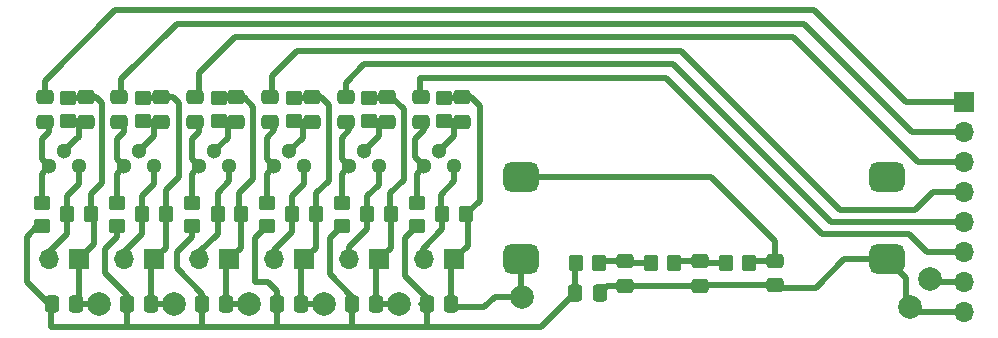
<source format=gbr>
%TF.GenerationSoftware,KiCad,Pcbnew,6.0.0*%
%TF.CreationDate,2021-12-31T10:41:14+01:00*%
%TF.ProjectId,hexPiezoPre,68657850-6965-47a6-9f50-72652e6b6963,rev?*%
%TF.SameCoordinates,PX4fa1be0PY8caabe0*%
%TF.FileFunction,Copper,L1,Top*%
%TF.FilePolarity,Positive*%
%FSLAX46Y46*%
G04 Gerber Fmt 4.6, Leading zero omitted, Abs format (unit mm)*
G04 Created by KiCad (PCBNEW 6.0.0) date 2021-12-31 10:41:14*
%MOMM*%
%LPD*%
G01*
G04 APERTURE LIST*
G04 Aperture macros list*
%AMRoundRect*
0 Rectangle with rounded corners*
0 $1 Rounding radius*
0 $2 $3 $4 $5 $6 $7 $8 $9 X,Y pos of 4 corners*
0 Add a 4 corners polygon primitive as box body*
4,1,4,$2,$3,$4,$5,$6,$7,$8,$9,$2,$3,0*
0 Add four circle primitives for the rounded corners*
1,1,$1+$1,$2,$3*
1,1,$1+$1,$4,$5*
1,1,$1+$1,$6,$7*
1,1,$1+$1,$8,$9*
0 Add four rect primitives between the rounded corners*
20,1,$1+$1,$2,$3,$4,$5,0*
20,1,$1+$1,$4,$5,$6,$7,0*
20,1,$1+$1,$6,$7,$8,$9,0*
20,1,$1+$1,$8,$9,$2,$3,0*%
G04 Aperture macros list end*
%TA.AperFunction,ComponentPad*%
%ADD10C,1.300000*%
%TD*%
%TA.AperFunction,SMDPad,CuDef*%
%ADD11RoundRect,0.250000X0.475000X-0.337500X0.475000X0.337500X-0.475000X0.337500X-0.475000X-0.337500X0*%
%TD*%
%TA.AperFunction,SMDPad,CuDef*%
%ADD12RoundRect,0.250000X0.450000X-0.350000X0.450000X0.350000X-0.450000X0.350000X-0.450000X-0.350000X0*%
%TD*%
%TA.AperFunction,SMDPad,CuDef*%
%ADD13RoundRect,0.250000X-0.337500X-0.475000X0.337500X-0.475000X0.337500X0.475000X-0.337500X0.475000X0*%
%TD*%
%TA.AperFunction,SMDPad,CuDef*%
%ADD14RoundRect,0.250000X-0.475000X0.337500X-0.475000X-0.337500X0.475000X-0.337500X0.475000X0.337500X0*%
%TD*%
%TA.AperFunction,ComponentPad*%
%ADD15R,1.700000X1.700000*%
%TD*%
%TA.AperFunction,ComponentPad*%
%ADD16O,1.700000X1.700000*%
%TD*%
%TA.AperFunction,SMDPad,CuDef*%
%ADD17RoundRect,0.250000X0.350000X0.450000X-0.350000X0.450000X-0.350000X-0.450000X0.350000X-0.450000X0*%
%TD*%
%TA.AperFunction,SMDPad,CuDef*%
%ADD18RoundRect,0.250000X-0.350000X-0.450000X0.350000X-0.450000X0.350000X0.450000X-0.350000X0.450000X0*%
%TD*%
%TA.AperFunction,ComponentPad*%
%ADD19RoundRect,0.625000X-0.875000X0.625000X-0.875000X-0.625000X0.875000X-0.625000X0.875000X0.625000X0*%
%TD*%
%TA.AperFunction,ViaPad*%
%ADD20C,2.000000*%
%TD*%
%TA.AperFunction,Conductor*%
%ADD21C,0.500000*%
%TD*%
G04 APERTURE END LIST*
D10*
%TO.P,Q6,1,D*%
%TO.N,Net-(C17-Pad1)*%
X35842229Y15610000D03*
%TO.P,Q6,2,S*%
%TO.N,Net-(Q6-Pad2)*%
X37112229Y16880000D03*
%TO.P,Q6,3,G*%
%TO.N,/preIn_6sig*%
X38382229Y15610000D03*
%TD*%
%TO.P,Q5,1,D*%
%TO.N,Net-(C13-Pad1)*%
X29487229Y15610000D03*
%TO.P,Q5,2,S*%
%TO.N,Net-(Q5-Pad2)*%
X30757229Y16880000D03*
%TO.P,Q5,3,G*%
%TO.N,/preIn_5sig*%
X32027229Y15610000D03*
%TD*%
%TO.P,Q4,1,D*%
%TO.N,Net-(C12-Pad1)*%
X23142229Y15610000D03*
%TO.P,Q4,2,S*%
%TO.N,Net-(Q4-Pad2)*%
X24412229Y16880000D03*
%TO.P,Q4,3,G*%
%TO.N,/preIn_4sig*%
X25682229Y15610000D03*
%TD*%
%TO.P,Q3,1,D*%
%TO.N,Net-(C11-Pad1)*%
X16792229Y15610000D03*
%TO.P,Q3,2,S*%
%TO.N,Net-(Q3-Pad2)*%
X18062229Y16880000D03*
%TO.P,Q3,3,G*%
%TO.N,/preIn_3sig*%
X19332229Y15610000D03*
%TD*%
%TO.P,Q2,1,D*%
%TO.N,Net-(C5-Pad1)*%
X10442229Y15610000D03*
%TO.P,Q2,2,S*%
%TO.N,Net-(Q2-Pad2)*%
X11712229Y16880000D03*
%TO.P,Q2,3,G*%
%TO.N,/preIn_2sig*%
X12982229Y15610000D03*
%TD*%
%TO.P,Q1,1,D*%
%TO.N,Net-(C1-Pad1)*%
X4092229Y15610000D03*
%TO.P,Q1,2,S*%
%TO.N,Net-(Q1-Pad2)*%
X5362229Y16880000D03*
%TO.P,Q1,3,G*%
%TO.N,/preIn_1sig*%
X6632229Y15610000D03*
%TD*%
D11*
%TO.P,C20,1*%
%TO.N,Net-(Q5-Pad2)*%
X32697229Y19377500D03*
%TO.P,C20,2*%
%TO.N,GNDA*%
X32697229Y21452500D03*
%TD*%
D12*
%TO.P,R2,1*%
%TO.N,Net-(Q1-Pad2)*%
X5697229Y19415000D03*
%TO.P,R2,2*%
%TO.N,GNDA*%
X5697229Y21415000D03*
%TD*%
%TO.P,R13,1*%
%TO.N,VCC*%
X16167229Y10525000D03*
%TO.P,R13,2*%
%TO.N,Net-(C11-Pad1)*%
X16167229Y12525000D03*
%TD*%
D13*
%TO.P,C8,1*%
%TO.N,VCC*%
X48634729Y4865000D03*
%TO.P,C8,2*%
%TO.N,GNDA*%
X50709729Y4865000D03*
%TD*%
D11*
%TO.P,C17,1*%
%TO.N,Net-(C17-Pad1)*%
X35555000Y19377500D03*
%TO.P,C17,2*%
%TO.N,/preOut_6sig*%
X35555000Y21452500D03*
%TD*%
%TO.P,C1,1*%
%TO.N,Net-(C1-Pad1)*%
X3697229Y19377500D03*
%TO.P,C1,2*%
%TO.N,/preOut_1sig*%
X3697229Y21452500D03*
%TD*%
D14*
%TO.P,C3,1*%
%TO.N,Net-(C3-Pad1)*%
X65547229Y7605000D03*
%TO.P,C3,2*%
%TO.N,GNDA*%
X65547229Y5530000D03*
%TD*%
D15*
%TO.P,J8,1,Pin_1*%
%TO.N,GNDA*%
X25687229Y7715000D03*
D16*
%TO.P,J8,2,Pin_2*%
%TO.N,/preIn_4sig*%
X23147229Y7715000D03*
%TD*%
D17*
%TO.P,R4,1*%
%TO.N,Net-(C3-Pad1)*%
X63372229Y7405000D03*
%TO.P,R4,2*%
%TO.N,Net-(C4-Pad1)*%
X61372229Y7405000D03*
%TD*%
D11*
%TO.P,C19,1*%
%TO.N,Net-(Q3-Pad2)*%
X19947229Y19377500D03*
%TO.P,C19,2*%
%TO.N,GNDA*%
X19947229Y21452500D03*
%TD*%
D15*
%TO.P,J7,1,Pin_1*%
%TO.N,GNDA*%
X19332229Y7715000D03*
D16*
%TO.P,J7,2,Pin_2*%
%TO.N,/preIn_3sig*%
X16792229Y7715000D03*
%TD*%
D12*
%TO.P,R16,1*%
%TO.N,Net-(Q4-Pad2)*%
X24831000Y19415000D03*
%TO.P,R16,2*%
%TO.N,GNDA*%
X24831000Y21415000D03*
%TD*%
%TO.P,R3,1*%
%TO.N,VCC*%
X3457229Y10525000D03*
%TO.P,R3,2*%
%TO.N,Net-(C1-Pad1)*%
X3457229Y12525000D03*
%TD*%
D15*
%TO.P,J10,1,Pin_1*%
%TO.N,GNDA*%
X38382229Y7715000D03*
D16*
%TO.P,J10,2,Pin_2*%
%TO.N,/preIn_6sig*%
X35842229Y7715000D03*
%TD*%
D12*
%TO.P,R9,1*%
%TO.N,Net-(Q2-Pad2)*%
X12004000Y19415000D03*
%TO.P,R9,2*%
%TO.N,GNDA*%
X12004000Y21415000D03*
%TD*%
D15*
%TO.P,J9,1,Pin_1*%
%TO.N,GNDA*%
X32032229Y7715000D03*
D16*
%TO.P,J9,2,Pin_2*%
%TO.N,/preIn_5sig*%
X29492229Y7715000D03*
%TD*%
D18*
%TO.P,R7,1*%
%TO.N,/preIn_2sig*%
X11982229Y11525000D03*
%TO.P,R7,2*%
%TO.N,GNDA*%
X13982229Y11525000D03*
%TD*%
D15*
%TO.P,J6,1,Pin_1*%
%TO.N,GNDA*%
X12987229Y7715000D03*
D16*
%TO.P,J6,2,Pin_2*%
%TO.N,/preIn_2sig*%
X10447229Y7715000D03*
%TD*%
D13*
%TO.P,C18,1*%
%TO.N,VCC*%
X36074729Y3905000D03*
%TO.P,C18,2*%
%TO.N,GNDA*%
X38149729Y3905000D03*
%TD*%
D18*
%TO.P,R1,1*%
%TO.N,/preIn_1sig*%
X5632229Y11525000D03*
%TO.P,R1,2*%
%TO.N,GNDA*%
X7632229Y11525000D03*
%TD*%
D12*
%TO.P,R18,1*%
%TO.N,Net-(Q5-Pad2)*%
X31197229Y19415000D03*
%TO.P,R18,2*%
%TO.N,GNDA*%
X31197229Y21415000D03*
%TD*%
D11*
%TO.P,C12,1*%
%TO.N,Net-(C12-Pad1)*%
X22799000Y19377500D03*
%TO.P,C12,2*%
%TO.N,/preOut_4sig*%
X22799000Y21452500D03*
%TD*%
D13*
%TO.P,C15,1*%
%TO.N,VCC*%
X23374729Y3905000D03*
%TO.P,C15,2*%
%TO.N,GNDA*%
X25449729Y3905000D03*
%TD*%
D11*
%TO.P,C21,1*%
%TO.N,Net-(Q4-Pad2)*%
X26355000Y19377500D03*
%TO.P,C21,2*%
%TO.N,GNDA*%
X26355000Y21452500D03*
%TD*%
D12*
%TO.P,R21,1*%
%TO.N,Net-(Q6-Pad2)*%
X37555000Y19415000D03*
%TO.P,R21,2*%
%TO.N,GNDA*%
X37555000Y21415000D03*
%TD*%
D11*
%TO.P,C9,1*%
%TO.N,Net-(Q1-Pad2)*%
X7197229Y19377500D03*
%TO.P,C9,2*%
%TO.N,GNDA*%
X7197229Y21452500D03*
%TD*%
D18*
%TO.P,R19,1*%
%TO.N,/preIn_6sig*%
X37382229Y11525000D03*
%TO.P,R19,2*%
%TO.N,GNDA*%
X39382229Y11525000D03*
%TD*%
D15*
%TO.P,J2,1,Pin_1*%
%TO.N,GNDA*%
X6632229Y7715000D03*
D16*
%TO.P,J2,2,Pin_2*%
%TO.N,/preIn_1sig*%
X4092229Y7715000D03*
%TD*%
D13*
%TO.P,C6,1*%
%TO.N,VCC*%
X10674729Y3905000D03*
%TO.P,C6,2*%
%TO.N,GNDA*%
X12749729Y3905000D03*
%TD*%
D11*
%TO.P,C13,1*%
%TO.N,Net-(C13-Pad1)*%
X29197229Y19377500D03*
%TO.P,C13,2*%
%TO.N,/preOut_5sig*%
X29197229Y21452500D03*
%TD*%
%TO.P,C22,1*%
%TO.N,Net-(Q6-Pad2)*%
X39055000Y19377500D03*
%TO.P,C22,2*%
%TO.N,GNDA*%
X39055000Y21452500D03*
%TD*%
D15*
%TO.P,J1,1,Pin_1*%
%TO.N,/preOut_1sig*%
X81562229Y21035000D03*
D16*
%TO.P,J1,2,Pin_2*%
%TO.N,/preOut_2sig*%
X81562229Y18495000D03*
%TO.P,J1,3,Pin_3*%
%TO.N,/preOut_3sig*%
X81562229Y15955000D03*
%TO.P,J1,4,Pin_4*%
%TO.N,/preOut_4sig*%
X81562229Y13415000D03*
%TO.P,J1,5,Pin_5*%
%TO.N,/preOut_5sig*%
X81562229Y10875000D03*
%TO.P,J1,6,Pin_6*%
%TO.N,/preOut_6sig*%
X81562229Y8335000D03*
%TO.P,J1,7,Pin_7*%
%TO.N,/Vin*%
X81562229Y5795000D03*
%TO.P,J1,8,Pin_8*%
%TO.N,GNDA*%
X81562229Y3255000D03*
%TD*%
D18*
%TO.P,R10,1*%
%TO.N,/preIn_3sig*%
X18342229Y11525000D03*
%TO.P,R10,2*%
%TO.N,GNDA*%
X20342229Y11525000D03*
%TD*%
D14*
%TO.P,C7,1*%
%TO.N,Net-(C7-Pad1)*%
X52847229Y7575000D03*
%TO.P,C7,2*%
%TO.N,GNDA*%
X52847229Y5500000D03*
%TD*%
D11*
%TO.P,C10,1*%
%TO.N,Net-(Q2-Pad2)*%
X13528000Y19377500D03*
%TO.P,C10,2*%
%TO.N,GNDA*%
X13528000Y21452500D03*
%TD*%
D13*
%TO.P,C14,1*%
%TO.N,VCC*%
X17024729Y3905000D03*
%TO.P,C14,2*%
%TO.N,GNDA*%
X19099729Y3905000D03*
%TD*%
D11*
%TO.P,C5,1*%
%TO.N,Net-(C5-Pad1)*%
X9972000Y19377500D03*
%TO.P,C5,2*%
%TO.N,/preOut_2sig*%
X9972000Y21452500D03*
%TD*%
D17*
%TO.P,R6,1*%
%TO.N,Net-(C7-Pad1)*%
X50672229Y7405000D03*
%TO.P,R6,2*%
%TO.N,VCC*%
X48672229Y7405000D03*
%TD*%
D12*
%TO.P,R20,1*%
%TO.N,VCC*%
X35207229Y10525000D03*
%TO.P,R20,2*%
%TO.N,Net-(C17-Pad1)*%
X35207229Y12525000D03*
%TD*%
D17*
%TO.P,R5,1*%
%TO.N,Net-(C4-Pad1)*%
X57022229Y7405000D03*
%TO.P,R5,2*%
%TO.N,Net-(C7-Pad1)*%
X55022229Y7405000D03*
%TD*%
D14*
%TO.P,C4,1*%
%TO.N,Net-(C4-Pad1)*%
X59197229Y7575000D03*
%TO.P,C4,2*%
%TO.N,GNDA*%
X59197229Y5500000D03*
%TD*%
D12*
%TO.P,R17,1*%
%TO.N,VCC*%
X28852229Y10525000D03*
%TO.P,R17,2*%
%TO.N,Net-(C13-Pad1)*%
X28852229Y12525000D03*
%TD*%
%TO.P,R15,1*%
%TO.N,VCC*%
X22507229Y10525000D03*
%TO.P,R15,2*%
%TO.N,Net-(C12-Pad1)*%
X22507229Y12525000D03*
%TD*%
D13*
%TO.P,C2,1*%
%TO.N,VCC*%
X4324729Y3905000D03*
%TO.P,C2,2*%
%TO.N,GNDA*%
X6399729Y3905000D03*
%TD*%
D19*
%TO.P,PS1,1,-Vin*%
%TO.N,GNDA*%
X75007229Y7715000D03*
%TO.P,PS1,2,+Vin*%
%TO.N,/Vin*%
X75007229Y14715000D03*
%TO.P,PS1,3,-Vout*%
%TO.N,GNDA*%
X44007229Y7715000D03*
%TO.P,PS1,4,+Vout*%
%TO.N,Net-(C3-Pad1)*%
X44007229Y14715000D03*
%TD*%
D12*
%TO.P,R8,1*%
%TO.N,VCC*%
X9807229Y10525000D03*
%TO.P,R8,2*%
%TO.N,Net-(C5-Pad1)*%
X9807229Y12525000D03*
%TD*%
D13*
%TO.P,C16,1*%
%TO.N,VCC*%
X29724729Y3905000D03*
%TO.P,C16,2*%
%TO.N,GNDA*%
X31799729Y3905000D03*
%TD*%
D18*
%TO.P,R12,1*%
%TO.N,/preIn_5sig*%
X31027229Y11525000D03*
%TO.P,R12,2*%
%TO.N,GNDA*%
X33027229Y11525000D03*
%TD*%
%TO.P,R11,1*%
%TO.N,/preIn_4sig*%
X24682229Y11525000D03*
%TO.P,R11,2*%
%TO.N,GNDA*%
X26682229Y11525000D03*
%TD*%
D12*
%TO.P,R14,1*%
%TO.N,Net-(Q3-Pad2)*%
X18447229Y19415000D03*
%TO.P,R14,2*%
%TO.N,GNDA*%
X18447229Y21415000D03*
%TD*%
D11*
%TO.P,C11,1*%
%TO.N,Net-(C11-Pad1)*%
X16447229Y19377500D03*
%TO.P,C11,2*%
%TO.N,/preOut_3sig*%
X16447229Y21452500D03*
%TD*%
D20*
%TO.N,GNDA*%
X76990229Y3651000D03*
X8283229Y3905000D03*
X20983229Y3905000D03*
X14633229Y3905000D03*
X27333229Y3905000D03*
X33683229Y3905000D03*
X44097229Y4540000D03*
%TO.N,/Vin*%
X78641229Y6064000D03*
%TD*%
D21*
%TO.N,GNDA*%
X37447229Y21415000D02*
X38909729Y21415000D01*
X38909729Y21415000D02*
X38947229Y21452500D01*
X38947229Y21452500D02*
X39819729Y21452500D01*
X39819729Y21452500D02*
X40579000Y20693229D01*
X40579000Y20693229D02*
X40579000Y12706771D01*
X40579000Y12706771D02*
X39397229Y11525000D01*
X39397229Y11525000D02*
X39382229Y11525000D01*
X32697229Y21452500D02*
X33069729Y21452500D01*
X32947229Y11605000D02*
X33027229Y11525000D01*
X33069729Y21452500D02*
X34102000Y20420229D01*
X34102000Y20420229D02*
X34102000Y14479771D01*
X34102000Y14479771D02*
X32947229Y13325000D01*
X32947229Y13325000D02*
X32947229Y11605000D01*
X7197229Y21452500D02*
X8069729Y21452500D01*
X8069729Y21452500D02*
X8575000Y20947229D01*
X8575000Y20947229D02*
X8575000Y14202771D01*
X7632229Y13260000D02*
X7632229Y11525000D01*
X8575000Y14202771D02*
X7632229Y13260000D01*
X20197229Y11670000D02*
X20342229Y11525000D01*
X20197229Y13325000D02*
X20197229Y11670000D01*
X21379584Y20642645D02*
X21379584Y14507355D01*
X20569729Y21452500D02*
X21379584Y20642645D01*
X21379584Y14507355D02*
X20197229Y13325000D01*
X19947229Y21452500D02*
X20569729Y21452500D01*
X26447229Y21452500D02*
X27069729Y21452500D01*
X27752000Y20770229D02*
X27752000Y14379771D01*
X27069729Y21452500D02*
X27752000Y20770229D01*
X26682229Y13310000D02*
X26682229Y11525000D01*
X27752000Y14379771D02*
X26682229Y13310000D01*
%TO.N,Net-(C1-Pad1)*%
X4092229Y19377500D02*
X4092229Y18510000D01*
X4092229Y18510000D02*
X3457229Y17875000D01*
X3457229Y12525000D02*
X3457229Y14975000D01*
X3457229Y17875000D02*
X3457229Y16245000D01*
X3457229Y16245000D02*
X4092229Y15610000D01*
X3457229Y14975000D02*
X4092229Y15610000D01*
%TO.N,VCC*%
X21491229Y5788500D02*
X22655729Y5788500D01*
X17024729Y2148500D02*
X17173229Y2000000D01*
X14887229Y6953000D02*
X17024729Y4815500D01*
X29724729Y2105500D02*
X29619229Y2000000D01*
X4092229Y3905000D02*
X2187229Y5810000D01*
X23374729Y3905000D02*
X23374729Y2148500D01*
X16167229Y10525000D02*
X16167229Y9630000D01*
X23374729Y5069500D02*
X23374729Y3905000D01*
X3092229Y10525000D02*
X3457229Y10525000D01*
X29619229Y2000000D02*
X23523229Y2000000D01*
X10823229Y2000000D02*
X4219229Y2000000D01*
X27841229Y6445000D02*
X27841229Y9514000D01*
X48634729Y4865000D02*
X48634729Y7367500D01*
X14887229Y8350000D02*
X14887229Y6953000D01*
X4324729Y3905000D02*
X4092229Y3905000D01*
X27841229Y9514000D02*
X28852229Y10525000D01*
X16167229Y9630000D02*
X14887229Y8350000D01*
X9807229Y9620000D02*
X8791229Y8604000D01*
X45769729Y2000000D02*
X35969229Y2000000D01*
X34191229Y6318000D02*
X36074729Y4434500D01*
X48634729Y7367500D02*
X48672229Y7405000D01*
X10674729Y2148500D02*
X10823229Y2000000D01*
X29724729Y4561500D02*
X27841229Y6445000D01*
X36074729Y4434500D02*
X36074729Y3905000D01*
X29724729Y3905000D02*
X29724729Y4561500D01*
X21491229Y9509000D02*
X21491229Y5788500D01*
X8791229Y8604000D02*
X8791229Y6572000D01*
X17024729Y3905000D02*
X17024729Y2148500D01*
X10674729Y3905000D02*
X10442229Y3905000D01*
X2187229Y9620000D02*
X2187229Y5810000D01*
X36074729Y3905000D02*
X36074729Y2105500D01*
X23523229Y2000000D02*
X17173229Y2000000D01*
X10674729Y3905000D02*
X10674729Y2148500D01*
X4219229Y3799500D02*
X4324729Y3905000D01*
X23374729Y2148500D02*
X23523229Y2000000D01*
X22507229Y10525000D02*
X21491229Y9509000D01*
X8791229Y6572000D02*
X10674729Y4688500D01*
X36074729Y2105500D02*
X35969229Y2000000D01*
X22655729Y5788500D02*
X23374729Y5069500D01*
X35207229Y10525000D02*
X34191229Y9509000D01*
X9807229Y10525000D02*
X9807229Y9620000D01*
X36074729Y3905000D02*
X35588229Y3905000D01*
X34191229Y9509000D02*
X34191229Y6318000D01*
X10674729Y4688500D02*
X10674729Y3905000D01*
X2187229Y9620000D02*
X3092229Y10525000D01*
X17024729Y4815500D02*
X17024729Y3905000D01*
X4219229Y2000000D02*
X4219229Y3799500D01*
X48634729Y4865000D02*
X45769729Y2000000D01*
X35969229Y2000000D02*
X29619229Y2000000D01*
X29724729Y3905000D02*
X29724729Y2105500D01*
X17173229Y2000000D02*
X10823229Y2000000D01*
X29724729Y3905000D02*
X29492229Y3905000D01*
%TO.N,/preOut_1sig*%
X3697229Y21847500D02*
X3697229Y22814000D01*
X68862229Y28797000D02*
X76624229Y21035000D01*
X9680229Y28797000D02*
X68862229Y28797000D01*
X76624229Y21035000D02*
X81562229Y21035000D01*
X3697229Y22814000D02*
X9680229Y28797000D01*
X4092229Y21452500D02*
X3697229Y21847500D01*
%TO.N,GNDA*%
X76609229Y6113000D02*
X76609229Y4032000D01*
X15052771Y20969458D02*
X15052771Y14680542D01*
X75007229Y7715000D02*
X76609229Y6113000D01*
X51344729Y5500000D02*
X50709729Y4865000D01*
X7902229Y8985000D02*
X7902229Y11255000D01*
X7659729Y21415000D02*
X7697229Y21452500D01*
X13659729Y21415000D02*
X13697229Y21452500D01*
X38403729Y3651000D02*
X38149729Y3905000D01*
X20342229Y11525000D02*
X20342229Y8725000D01*
X77386229Y3255000D02*
X81562229Y3255000D01*
X31799729Y3905000D02*
X31799729Y7482500D01*
X13982229Y11525000D02*
X13982229Y8710000D01*
X38149729Y7482500D02*
X38382229Y7715000D01*
X68989229Y5302000D02*
X65775229Y5302000D01*
X44007229Y4630000D02*
X44097229Y4540000D01*
X26682229Y8710000D02*
X25687229Y7715000D01*
X38382229Y7715000D02*
X39525229Y8858000D01*
X65547229Y5530000D02*
X59227229Y5530000D01*
X5697229Y21415000D02*
X7159729Y21415000D01*
X7902229Y11255000D02*
X7632229Y11525000D01*
X25449729Y7477500D02*
X25687229Y7715000D01*
X13697229Y21452500D02*
X14569729Y21452500D01*
X13947229Y11560000D02*
X13982229Y11525000D01*
X39525229Y8858000D02*
X39525229Y11382000D01*
X14633229Y3905000D02*
X12749729Y3905000D01*
X27333229Y3905000D02*
X25449729Y3905000D01*
X40922229Y3651000D02*
X38403729Y3651000D01*
X19099729Y7482500D02*
X19332229Y7715000D01*
X12749729Y7477500D02*
X12987229Y7715000D01*
X20983229Y3905000D02*
X19099729Y3905000D01*
X8283229Y3905000D02*
X6399729Y3905000D01*
X65775229Y5302000D02*
X65547229Y5530000D01*
X13982229Y8710000D02*
X12987229Y7715000D01*
X44007229Y7715000D02*
X44007229Y4630000D01*
X32659729Y21415000D02*
X32697229Y21452500D01*
X20342229Y8725000D02*
X19332229Y7715000D01*
X44097229Y4540000D02*
X41811229Y4540000D01*
X19099729Y3905000D02*
X19099729Y7482500D01*
X31799729Y7482500D02*
X32032229Y7715000D01*
X71402229Y7715000D02*
X68989229Y5302000D01*
X26409729Y21415000D02*
X26447229Y21452500D01*
X33027229Y8710000D02*
X32032229Y7715000D01*
X33683229Y3905000D02*
X31799729Y3905000D01*
X19909729Y21415000D02*
X19947229Y21452500D01*
X59197229Y5500000D02*
X52847229Y5500000D01*
X33027229Y11525000D02*
X33027229Y8710000D01*
X12749729Y3905000D02*
X12749729Y7477500D01*
X13947229Y13575000D02*
X13947229Y11560000D01*
X25449729Y3905000D02*
X25449729Y7477500D01*
X52847229Y5500000D02*
X51344729Y5500000D01*
X6632229Y7715000D02*
X6632229Y4137500D01*
X59227229Y5530000D02*
X59197229Y5500000D01*
X76609229Y4032000D02*
X76990229Y3651000D01*
X31197229Y21415000D02*
X32659729Y21415000D01*
X38149729Y3905000D02*
X38149729Y7482500D01*
X6632229Y4137500D02*
X6399729Y3905000D01*
X75007229Y7715000D02*
X71402229Y7715000D01*
X39525229Y11382000D02*
X39382229Y11525000D01*
X18447229Y21415000D02*
X19909729Y21415000D01*
X7159729Y21415000D02*
X7197229Y21452500D01*
X12197229Y21415000D02*
X13659729Y21415000D01*
X14569729Y21452500D02*
X15052771Y20969458D01*
X41811229Y4540000D02*
X40922229Y3651000D01*
X26682229Y11525000D02*
X26682229Y8710000D01*
X6632229Y7715000D02*
X7902229Y8985000D01*
X76990229Y3651000D02*
X77386229Y3255000D01*
X15052771Y14680542D02*
X13947229Y13575000D01*
X24947229Y21415000D02*
X26409729Y21415000D01*
%TO.N,Net-(C5-Pad1)*%
X9807229Y12525000D02*
X9807229Y14975000D01*
X9807229Y16245000D02*
X10442229Y15610000D01*
X10442229Y19377500D02*
X10442229Y18510000D01*
X10442229Y15610000D02*
X10082229Y15610000D01*
X9807229Y14975000D02*
X10442229Y15610000D01*
X10442229Y18510000D02*
X9807229Y17875000D01*
X9807229Y17875000D02*
X9807229Y16245000D01*
%TO.N,/preOut_2sig*%
X10197229Y21697500D02*
X10197229Y22964000D01*
X14887229Y27654000D02*
X67973229Y27654000D01*
X10197229Y22964000D02*
X14887229Y27654000D01*
X10442229Y21452500D02*
X10197229Y21697500D01*
X67973229Y27654000D02*
X77132229Y18495000D01*
X77132229Y18495000D02*
X81562229Y18495000D01*
%TO.N,/preIn_1sig*%
X5632229Y13065000D02*
X5632229Y11525000D01*
X4092229Y8350000D02*
X4092229Y7715000D01*
X6632229Y14065000D02*
X5632229Y13065000D01*
X5632229Y9890000D02*
X4092229Y8350000D01*
X5632229Y9890000D02*
X5632229Y11525000D01*
X6632229Y15610000D02*
X6632229Y14065000D01*
%TO.N,/preOut_3sig*%
X77640229Y15955000D02*
X81562229Y15955000D01*
X16792229Y21452500D02*
X16792229Y23463000D01*
X67084229Y26511000D02*
X77640229Y15955000D01*
X16792229Y23463000D02*
X19840229Y26511000D01*
X19840229Y26511000D02*
X67084229Y26511000D01*
%TO.N,/preOut_4sig*%
X22947229Y21647500D02*
X22947229Y23268000D01*
X23142229Y21452500D02*
X22947229Y21647500D01*
X78895229Y13430000D02*
X78910229Y13415000D01*
X57559229Y25368000D02*
X71021229Y11906000D01*
X22947229Y23268000D02*
X25047229Y25368000D01*
X78910229Y13415000D02*
X81562229Y13415000D01*
X77371229Y11906000D02*
X78895229Y13430000D01*
X25047229Y25368000D02*
X57559229Y25368000D01*
X71021229Y11906000D02*
X77371229Y11906000D01*
%TO.N,/preOut_5sig*%
X30762229Y24225000D02*
X56924229Y24225000D01*
X29197229Y21747500D02*
X29197229Y22660000D01*
X29492229Y21452500D02*
X29197229Y21747500D01*
X70274229Y10875000D02*
X81562229Y10875000D01*
X29197229Y22660000D02*
X30762229Y24225000D01*
X56924229Y24225000D02*
X70274229Y10875000D01*
%TO.N,/preOut_6sig*%
X35454229Y23082000D02*
X56289229Y23082000D01*
X35842229Y21452500D02*
X35447229Y21452500D01*
X76863229Y9874000D02*
X78402229Y8335000D01*
X78402229Y8335000D02*
X81562229Y8335000D01*
X56289229Y23082000D02*
X69497229Y9874000D01*
X35447229Y21452500D02*
X35447229Y23075000D01*
X69497229Y9874000D02*
X76863229Y9874000D01*
X35447229Y23075000D02*
X35454229Y23082000D01*
%TO.N,Net-(Q1-Pad2)*%
X6484229Y18002000D02*
X5362229Y16880000D01*
X7159729Y19415000D02*
X7197229Y19377500D01*
X5697229Y19415000D02*
X7159729Y19415000D01*
X6505229Y18002000D02*
X6484229Y18002000D01*
X6632229Y19415000D02*
X6632229Y18129000D01*
X6632229Y18129000D02*
X6505229Y18002000D01*
%TO.N,Net-(Q2-Pad2)*%
X12982229Y18150000D02*
X11712229Y16880000D01*
X13644729Y19325000D02*
X13697229Y19377500D01*
X12197229Y19415000D02*
X12197229Y19325000D01*
X12197229Y19325000D02*
X13644729Y19325000D01*
X12982229Y19415000D02*
X12982229Y18150000D01*
%TO.N,/preIn_2sig*%
X11982229Y13065000D02*
X12982229Y14065000D01*
X12982229Y14065000D02*
X12982229Y15610000D01*
X11982229Y9890000D02*
X10447229Y8355000D01*
X11982229Y11525000D02*
X11982229Y13065000D01*
X10447229Y8355000D02*
X10447229Y7715000D01*
X11982229Y11525000D02*
X11982229Y9890000D01*
%TO.N,Net-(C11-Pad1)*%
X16792229Y19377500D02*
X16792229Y18510000D01*
X16157229Y17875000D02*
X16157229Y16245000D01*
X16157229Y16245000D02*
X16792229Y15610000D01*
X16167229Y14985000D02*
X16792229Y15610000D01*
X16792229Y18510000D02*
X16157229Y17875000D01*
X16167229Y12525000D02*
X16167229Y14985000D01*
%TO.N,Net-(C12-Pad1)*%
X23142229Y19377500D02*
X23142229Y18637000D01*
X23142229Y18637000D02*
X22507229Y18002000D01*
X22507229Y14975000D02*
X23142229Y15610000D01*
X22507229Y16245000D02*
X23142229Y15610000D01*
X22507229Y12525000D02*
X22507229Y14975000D01*
X22507229Y18002000D02*
X22507229Y16245000D01*
%TO.N,Net-(C13-Pad1)*%
X29492229Y19377500D02*
X29492229Y18637000D01*
X28857229Y16240000D02*
X29487229Y15610000D01*
X29492229Y18637000D02*
X28857229Y18002000D01*
X28857229Y18002000D02*
X28857229Y16240000D01*
X28852229Y12525000D02*
X28852229Y14975000D01*
X28852229Y14975000D02*
X29487229Y15610000D01*
%TO.N,Net-(C17-Pad1)*%
X35207229Y14975000D02*
X35842229Y15610000D01*
X35842229Y18637000D02*
X35080229Y17875000D01*
X35207229Y12525000D02*
X35207229Y14975000D01*
X35080229Y16372000D02*
X35842229Y15610000D01*
X35080229Y17875000D02*
X35080229Y16372000D01*
X35842229Y19377500D02*
X35842229Y18637000D01*
%TO.N,/preIn_3sig*%
X16792229Y8350000D02*
X16792229Y7715000D01*
X18342229Y11525000D02*
X18342229Y9900000D01*
X18342229Y9900000D02*
X16792229Y8350000D01*
X19332229Y15610000D02*
X19332229Y14319000D01*
X19332229Y14319000D02*
X18342229Y13329000D01*
X18342229Y13329000D02*
X18342229Y11525000D01*
%TO.N,/preIn_4sig*%
X24682229Y11525000D02*
X24682229Y10017000D01*
X25682229Y15610000D02*
X25682229Y14065000D01*
X24682229Y13065000D02*
X24682229Y11525000D01*
X24682229Y10017000D02*
X23147229Y8482000D01*
X25682229Y14065000D02*
X24682229Y13065000D01*
X23147229Y8482000D02*
X23147229Y7715000D01*
%TO.N,/preIn_5sig*%
X32027229Y15610000D02*
X32027229Y14060000D01*
X31027229Y10266000D02*
X29492229Y8731000D01*
X32027229Y14060000D02*
X31027229Y13060000D01*
X31027229Y11525000D02*
X31027229Y10266000D01*
X29492229Y8731000D02*
X29492229Y7715000D01*
X31027229Y13060000D02*
X31027229Y11525000D01*
%TO.N,/preIn_6sig*%
X37382229Y11525000D02*
X37382229Y10271000D01*
X35715229Y8604000D02*
X35715229Y7842000D01*
X38382229Y14319000D02*
X37239229Y13176000D01*
X37239229Y11668000D02*
X37382229Y11525000D01*
X37239229Y13176000D02*
X37239229Y11668000D01*
X35715229Y7842000D02*
X35842229Y7715000D01*
X38382229Y15610000D02*
X38382229Y14319000D01*
X37382229Y10271000D02*
X35715229Y8604000D01*
%TO.N,Net-(Q3-Pad2)*%
X19205229Y18023000D02*
X18062229Y16880000D01*
X19205229Y19542000D02*
X19205229Y18023000D01*
%TO.N,Net-(Q4-Pad2)*%
X24412229Y16880000D02*
X25555229Y18023000D01*
X25555229Y18023000D02*
X25555229Y19288000D01*
X25555229Y19288000D02*
X25682229Y19415000D01*
%TO.N,Net-(Q5-Pad2)*%
X32659729Y19415000D02*
X32697229Y19377500D01*
X32027229Y19415000D02*
X32027229Y18150000D01*
X32027229Y18150000D02*
X30757229Y16880000D01*
X31197229Y19415000D02*
X32659729Y19415000D01*
%TO.N,Net-(Q6-Pad2)*%
X38382229Y19415000D02*
X38382229Y18150000D01*
X38909729Y19415000D02*
X38947229Y19377500D01*
X38382229Y18150000D02*
X37112229Y16880000D01*
X37447229Y19415000D02*
X38909729Y19415000D01*
%TO.N,Net-(C3-Pad1)*%
X60099229Y14700000D02*
X65547229Y9252000D01*
X65547229Y9252000D02*
X65547229Y7605000D01*
X44007229Y14715000D02*
X44022229Y14700000D01*
X63572229Y7605000D02*
X63372229Y7405000D01*
X65547229Y7605000D02*
X63572229Y7605000D01*
X44022229Y14700000D02*
X60099229Y14700000D01*
%TO.N,Net-(C4-Pad1)*%
X59197229Y7575000D02*
X57192229Y7575000D01*
X61372229Y7405000D02*
X59367229Y7405000D01*
X59367229Y7405000D02*
X59197229Y7575000D01*
X57192229Y7575000D02*
X57022229Y7405000D01*
%TO.N,Net-(C7-Pad1)*%
X55022229Y7405000D02*
X53017229Y7405000D01*
X50842229Y7575000D02*
X50672229Y7405000D01*
X52847229Y7575000D02*
X50842229Y7575000D01*
X53017229Y7405000D02*
X52847229Y7575000D01*
%TO.N,/Vin*%
X78910229Y5795000D02*
X78641229Y6064000D01*
X81562229Y5795000D02*
X78910229Y5795000D01*
%TD*%
M02*

</source>
